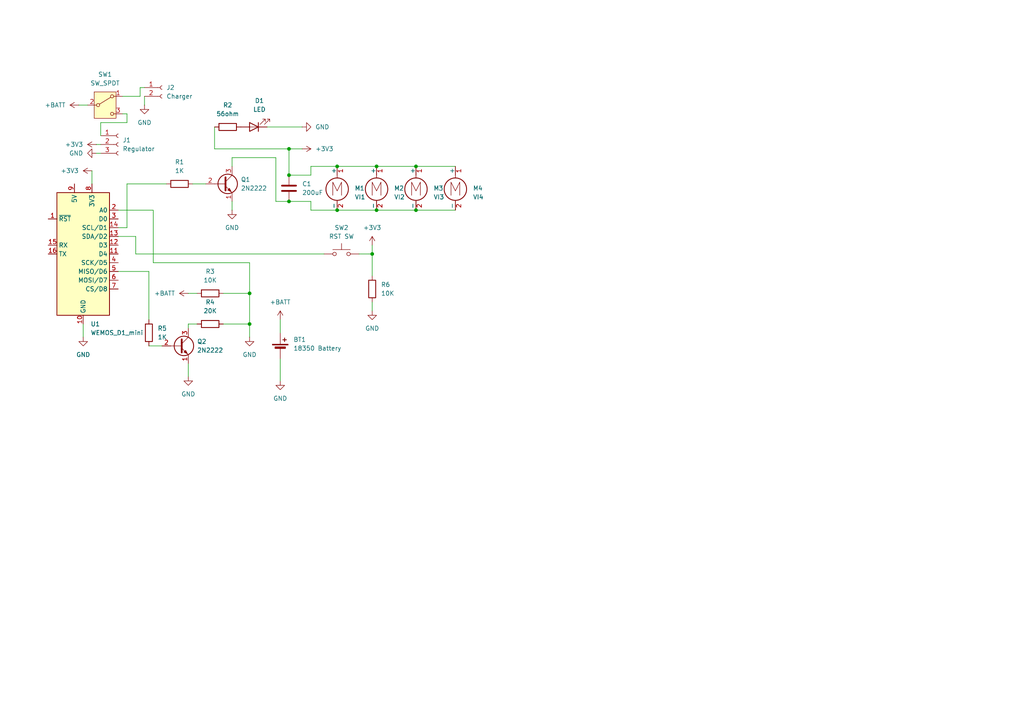
<source format=kicad_sch>
(kicad_sch (version 20250114) (generator "eeschema") (generator_version "9.0")
  (paper "A4")
  (title_block (title "NHD HapticPuck") (date "2025-04-30") (rev "0.1") (company "SkyeCA"))
  (lib_symbols
    (symbol "Connector:Conn_01x02_Socket" (pin_names (offset 1.016) (hide yes))
      (property "Reference" "J" (at 0 2.54 0))
      (property "Value" "Conn_01x02_Socket" (at 0 -5.08 0))
      (symbol "Conn_01x02_Socket_1_1"
        (polyline (pts (xy -1.27 0) (xy -0.508 0)) (stroke (width 0.1524)))
        (polyline (pts (xy -1.27 -2.54) (xy -0.508 -2.54)) (stroke (width 0.1524)))
        (arc (start 0 -0.508) (mid -0.5058 0) (end 0 0.508) (stroke (width 0.1524)))
        (arc (start 0 -3.048) (mid -0.5058 -2.54) (end 0 -2.032) (stroke (width 0.1524)))
        (pin passive line (at -5.08 0 0) (length 3.81) (name "Pin_1") (number "1"))
        (pin passive line (at -5.08 -2.54 0) (length 3.81) (name "Pin_2") (number "2"))
      )
    )
    (symbol "Connector:Conn_01x03_Socket" (pin_names (offset 1.016) (hide yes))
      (property "Reference" "J" (at 0 5.08 0))
      (property "Value" "Conn_01x03_Socket" (at 0 -5.08 0))
      (symbol "Conn_01x03_Socket_1_1"
        (polyline (pts (xy -1.27 2.54) (xy -0.508 2.54)) (stroke (width 0.1524)))
        (polyline (pts (xy -1.27 0) (xy -0.508 0)) (stroke (width 0.1524)))
        (polyline (pts (xy -1.27 -2.54) (xy -0.508 -2.54)) (stroke (width 0.1524)))
        (arc (start 0 2.032) (mid -0.5058 2.54) (end 0 3.048) (stroke (width 0.1524)))
        (arc (start 0 -0.508) (mid -0.5058 0) (end 0 0.508) (stroke (width 0.1524)))
        (arc (start 0 -3.048) (mid -0.5058 -2.54) (end 0 -2.032) (stroke (width 0.1524)))
        (pin passive line (at -5.08 2.54 0) (length 3.81) (name "Pin_1") (number "1"))
        (pin passive line (at -5.08 0 0) (length 3.81) (name "Pin_2") (number "2"))
        (pin passive line (at -5.08 -2.54 0) (length 3.81) (name "Pin_3") (number "3"))
      )
    )
    (symbol "Device:Battery_Cell" (pin_numbers (hide yes)) (pin_names (offset 0) (hide yes))
      (property "Reference" "BT" (at 2.54 2.54 0))
      (property "Value" "Battery_Cell" (at 2.54 0 0))
      (symbol "Battery_Cell_0_1"
        (rectangle (start -2.286 1.778) (end 2.286 1.524) (fill (type outline)))
        (rectangle (start -1.524 1.016) (end 1.524 0.508) (fill (type outline)))
        (polyline (pts (xy 0 1.778) (xy 0 2.54)))
        (polyline (pts (xy 0 0.762) (xy 0 0)))
        (polyline (pts (xy 0.762 3.048) (xy 1.778 3.048)) (stroke (width 0.254)))
        (polyline (pts (xy 1.27 3.556) (xy 1.27 2.54)) (stroke (width 0.254)))
      )
      (symbol "Battery_Cell_1_1"
        (pin passive line (at 0 5.08 270) (length 2.54) (name "+") (number "1"))
        (pin passive line (at 0 -2.54 90) (length 2.54) (name "-") (number "2"))
      )
    )
    (symbol "Device:C" (pin_numbers (hide yes)) (pin_names (offset 0.254))
      (property "Reference" "C" (at 0.635 2.54 0))
      (property "Value" "C" (at 0.635 -2.54 0))
      (symbol "C_0_1"
        (polyline (pts (xy -2.032 0.762) (xy 2.032 0.762)) (stroke (width 0.508)))
        (polyline (pts (xy -2.032 -0.762) (xy 2.032 -0.762)) (stroke (width 0.508)))
      )
      (symbol "C_1_1"
        (pin passive line (at 0 3.81 270) (length 2.794) (name "~") (number "1"))
        (pin passive line (at 0 -3.81 90) (length 2.794) (name "~") (number "2"))
      )
    )
    (symbol "Device:LED" (pin_numbers (hide yes)) (pin_names (offset 1.016) (hide yes))
      (property "Reference" "D" (at 0 2.54 0))
      (property "Value" "LED" (at 0 -2.54 0))
      (symbol "LED_0_1"
        (polyline (pts (xy -3.048 -0.762) (xy -4.572 -2.286) (xy -3.81 -2.286) (xy -4.572 -2.286) (xy -4.572 -1.524)))
        (polyline (pts (xy -1.778 -0.762) (xy -3.302 -2.286) (xy -2.54 -2.286) (xy -3.302 -2.286) (xy -3.302 -1.524)))
        (polyline (pts (xy -1.27 0) (xy 1.27 0)))
        (polyline (pts (xy -1.27 -1.27) (xy -1.27 1.27)) (stroke (width 0.254)))
        (polyline (pts (xy 1.27 -1.27) (xy 1.27 1.27) (xy -1.27 0) (xy 1.27 -1.27)) (stroke (width 0.254)))
      )
      (symbol "LED_1_1"
        (pin passive line (at -3.81 0 0) (length 2.54) (name "K") (number "1"))
        (pin passive line (at 3.81 0 180) (length 2.54) (name "A") (number "2"))
      )
    )
    (symbol "Device:R" (pin_numbers (hide yes)) (pin_names (offset 0))
      (property "Reference" "R" (at 2.032 0 90))
      (property "Value" "R" (at 0 0 90))
      (symbol "R_0_1"
        (rectangle (start -1.016 -2.54) (end 1.016 2.54) (stroke (width 0.254)))
      )
      (symbol "R_1_1"
        (pin passive line (at 0 3.81 270) (length 1.27) (name "~") (number "1"))
        (pin passive line (at 0 -3.81 90) (length 1.27) (name "~") (number "2"))
      )
    )
    (symbol "Motor:Motor_DC" (pin_names (offset 0))
      (property "Reference" "M" (at 2.54 2.54 0))
      (property "Value" "Motor_DC" (at 2.54 -5.08 0))
      (symbol "Motor_DC_0_0"
        (polyline (pts (xy -1.27 -3.302) (xy -1.27 0.508) (xy 0 -2.032) (xy 1.27 0.508) (xy 1.27 -3.302)))
      )
      (symbol "Motor_DC_0_1"
        (polyline (pts (xy 0 2.032) (xy 0 2.54)))
        (polyline (pts (xy 0 1.7272) (xy 0 2.0828)))
        (circle (center 0 -1.524) (radius 3.2512) (stroke (width 0.254)))
        (polyline (pts (xy 0 -4.7752) (xy 0 -5.1816)))
        (polyline (pts (xy 0 -7.62) (xy 0 -7.112)))
      )
      (symbol "Motor_DC_1_1"
        (pin passive line (at 0 5.08 270) (length 2.54) (name "+") (number "1"))
        (pin passive line (at 0 -7.62 90) (length 2.54) (name "-") (number "2"))
      )
    )
    (symbol "RF_Module:WEMOS_D1_mini"
      (property "Reference" "U" (at 3.81 19.05 0))
      (property "Value" "WEMOS_D1_mini" (at 1.27 -19.05 0))
      (symbol "WEMOS_D1_mini_1_1"
        (rectangle (start -7.62 17.78) (end 7.62 -17.78) (stroke (width 0.254)) (fill (type background)))
        (pin input line (at -10.16 10.16 0) (length 2.54) (name "~{RST}") (number "1"))
        (pin input line (at -10.16 2.54 0) (length 2.54) (name "RX") (number "15"))
        (pin output line (at -10.16 0 0) (length 2.54) (name "TX") (number "16"))
        (pin power_in line (at -2.54 20.32 270) (length 2.54) (name "5V") (number "9"))
        (pin power_in line (at 0 -20.32 90) (length 2.54) (name "GND") (number "10"))
        (pin power_out line (at 2.54 20.32 270) (length 2.54) (name "3V3") (number "8"))
        (pin input line (at 10.16 12.7 180) (length 2.54) (name "A0") (number "2"))
        (pin bidirectional line (at 10.16 10.16 180) (length 2.54) (name "D0") (number "3"))
        (pin bidirectional line (at 10.16 7.62 180) (length 2.54) (name "SCL/D1") (number "14"))
        (pin bidirectional line (at 10.16 5.08 180) (length 2.54) (name "SDA/D2") (number "13"))
        (pin bidirectional line (at 10.16 2.54 180) (length 2.54) (name "D3") (number "12"))
        (pin bidirectional line (at 10.16 0 180) (length 2.54) (name "D4") (number "11"))
        (pin bidirectional line (at 10.16 -2.54 180) (length 2.54) (name "SCK/D5") (number "4"))
        (pin bidirectional line (at 10.16 -5.08 180) (length 2.54) (name "MISO/D6") (number "5"))
        (pin bidirectional line (at 10.16 -7.62 180) (length 2.54) (name "MOSI/D7") (number "6"))
        (pin bidirectional line (at 10.16 -10.16 180) (length 2.54) (name "CS/D8") (number "7"))
      )
    )
    (symbol "Switch:SW_Push" (pin_numbers (hide yes)) (pin_names (offset 1.016) (hide yes))
      (property "Reference" "SW" (at 1.27 2.54 0))
      (property "Value" "SW_Push" (at 0 -1.524 0))
      (symbol "SW_Push_0_1"
        (circle (center -2.032 0) (radius 0.508))
        (polyline (pts (xy 0 1.27) (xy 0 3.048)))
        (circle (center 2.032 0) (radius 0.508))
        (polyline (pts (xy 2.54 1.27) (xy -2.54 1.27)))
        (pin passive line (at -5.08 0 0) (length 2.54) (name "1") (number "1"))
        (pin passive line (at 5.08 0 180) (length 2.54) (name "2") (number "2"))
      )
    )
    (symbol "Switch:SW_SPDT" (pin_names (offset 0) (hide yes))
      (property "Reference" "SW" (at 0 5.08 0))
      (property "Value" "SW_SPDT" (at 0 -5.08 0))
      (symbol "SW_SPDT_0_1"
        (circle (center -2.032 0) (radius 0.4572))
        (polyline (pts (xy -1.651 0.254) (xy 1.651 2.286)))
        (circle (center 2.032 2.54) (radius 0.4572))
        (circle (center 2.032 -2.54) (radius 0.4572))
      )
      (symbol "SW_SPDT_1_1"
        (rectangle (start -3.175 3.81) (end 3.175 -3.81) (fill (type background)))
        (pin passive line (at -5.08 0 0) (length 2.54) (name "B") (number "2"))
        (pin passive line (at 5.08 2.54 180) (length 2.54) (name "A") (number "1"))
        (pin passive line (at 5.08 -2.54 180) (length 2.54) (name "C") (number "3"))
      )
    )
    (symbol "Transistor_BJT:Q_NPN_EBC" (pin_names (offset 0) (hide yes))
      (property "Reference" "Q" (at 5.08 1.27 0))
      (property "Value" "Q_NPN_EBC" (at 5.08 -1.27 0))
      (symbol "Q_NPN_EBC_0_1"
        (polyline (pts (xy -2.54 0) (xy 0.635 0)))
        (polyline (pts (xy 0.635 1.905) (xy 0.635 -1.905)) (stroke (width 0.508)))
        (circle (center 1.27 0) (radius 2.8194) (stroke (width 0.254)))
      )
      (symbol "Q_NPN_EBC_1_1"
        (polyline (pts (xy 0.635 0.635) (xy 2.54 2.54)))
        (polyline (pts (xy 0.635 -0.635) (xy 2.54 -2.54)))
        (polyline (pts (xy 1.27 -1.778) (xy 1.778 -1.27) (xy 2.286 -2.286) (xy 1.27 -1.778)) (fill (type outline)))
        (pin input line (at -5.08 0 0) (length 2.54) (name "B") (number "2"))
        (pin passive line (at 2.54 5.08 270) (length 2.54) (name "C") (number "3"))
        (pin passive line (at 2.54 -5.08 90) (length 2.54) (name "E") (number "1"))
      )
    )
    (symbol "power:+3V3" (power) (pin_numbers (hide yes)) (pin_names (offset 0) (hide yes))
      (property "Value" "+3V3" (at 0 3.556 0))
      (symbol "+3V3_0_1"
        (polyline (pts (xy -0.762 1.27) (xy 0 2.54)))
        (polyline (pts (xy 0 2.54) (xy 0.762 1.27)))
        (polyline (pts (xy 0 0) (xy 0 2.54)))
      )
      (symbol "+3V3_1_1"
        (pin power_in line (at 0 0 90) (length 0) (name "~") (number "1"))
      )
    )
    (symbol "power:+BATT" (power) (pin_numbers (hide yes)) (pin_names (offset 0) (hide yes))
      (property "Value" "+BATT" (at 0 3.556 0))
      (symbol "+BATT_0_1"
        (polyline (pts (xy -0.762 1.27) (xy 0 2.54)))
        (polyline (pts (xy 0 2.54) (xy 0.762 1.27)))
        (polyline (pts (xy 0 0) (xy 0 2.54)))
      )
      (symbol "+BATT_1_1"
        (pin power_in line (at 0 0 90) (length 0) (name "~") (number "1"))
      )
    )
    (symbol "power:GND" (power) (pin_numbers (hide yes)) (pin_names (offset 0) (hide yes))
      (property "Value" "GND" (at 0 -3.81 0))
      (symbol "GND_0_1"
        (polyline (pts (xy 0 0) (xy 0 -1.27) (xy 1.27 -1.27) (xy 0 -2.54) (xy -1.27 -1.27) (xy 0 -1.27)))
      )
      (symbol "GND_1_1"
        (pin power_in line (at 0 0 270) (length 0) (name "~") (number "1"))
      )
    )
  )
  (junction (at 83.82 43.18))
  (junction (at 72.39 93.98))
  (junction (at 83.82 58.42))
  (junction (at 120.65 60.96))
  (junction (at 107.95 73.66))
  (junction (at 72.39 85.09))
  (junction (at 109.22 60.96))
  (junction (at 83.82 50.8))
  (junction (at 97.79 60.96))
  (junction (at 97.79 48.26))
  (junction (at 120.65 48.26))
  (junction (at 109.22 48.26))
  (wire (pts (xy 97.79 60.96) (xy 109.22 60.96)))
  (wire (pts (xy 80.01 45.72) (xy 80.01 58.42)))
  (wire (pts (xy 62.23 43.18) (xy 83.82 43.18)))
  (wire (pts (xy 41.91 27.94) (xy 41.91 30.48)))
  (wire (pts (xy 107.95 71.12) (xy 107.95 73.66)))
  (wire (pts (xy 120.65 48.26) (xy 132.08 48.26)))
  (wire (pts (xy 72.39 85.09) (xy 72.39 93.98)))
  (wire (pts (xy 27.94 44.45) (xy 29.21 44.45)))
  (wire (pts (xy 36.83 53.34) (xy 36.83 66.04)))
  (wire (pts (xy 43.18 92.71) (xy 43.18 78.74)))
  (wire (pts (xy 83.82 50.8) (xy 90.17 50.8)))
  (wire (pts (xy 27.94 41.91) (xy 29.21 41.91)))
  (wire (pts (xy 39.37 73.66) (xy 39.37 68.58)))
  (wire (pts (xy 109.22 48.26) (xy 120.65 48.26)))
  (wire (pts (xy 43.18 78.74) (xy 34.29 78.74)))
  (wire (pts (xy 55.88 53.34) (xy 59.69 53.34)))
  (wire (pts (xy 81.28 104.14) (xy 81.28 110.49)))
  (wire (pts (xy 36.83 35.56) (xy 29.21 35.56)))
  (wire (pts (xy 83.82 43.18) (xy 87.63 43.18)))
  (wire (pts (xy 34.29 68.58) (xy 39.37 68.58)))
  (wire (pts (xy 36.83 53.34) (xy 48.26 53.34)))
  (wire (pts (xy 35.56 33.02) (xy 36.83 33.02)))
  (wire (pts (xy 67.31 45.72) (xy 80.01 45.72)))
  (wire (pts (xy 54.61 85.09) (xy 57.15 85.09)))
  (wire (pts (xy 90.17 60.96) (xy 97.79 60.96)))
  (wire (pts (xy 26.67 49.53) (xy 26.67 53.34)))
  (wire (pts (xy 72.39 93.98) (xy 72.39 97.79)))
  (wire (pts (xy 107.95 73.66) (xy 107.95 80.01)))
  (wire (pts (xy 80.01 58.42) (xy 83.82 58.42)))
  (wire (pts (xy 44.45 76.2) (xy 44.45 60.96)))
  (wire (pts (xy 97.79 48.26) (xy 109.22 48.26)))
  (wire (pts (xy 36.83 33.02) (xy 36.83 35.56)))
  (wire (pts (xy 36.83 66.04) (xy 34.29 66.04)))
  (wire (pts (xy 120.65 60.96) (xy 132.08 60.96)))
  (wire (pts (xy 107.95 87.63) (xy 107.95 90.17)))
  (wire (pts (xy 22.86 30.48) (xy 25.4 30.48)))
  (wire (pts (xy 90.17 58.42) (xy 90.17 60.96)))
  (wire (pts (xy 24.13 93.98) (xy 24.13 97.79)))
  (wire (pts (xy 54.61 105.41) (xy 54.61 109.22)))
  (wire (pts (xy 83.82 50.8) (xy 83.82 43.18)))
  (wire (pts (xy 41.91 25.4) (xy 40.64 25.4)))
  (wire (pts (xy 72.39 85.09) (xy 72.39 76.2)))
  (wire (pts (xy 57.15 93.98) (xy 54.61 93.98)))
  (wire (pts (xy 109.22 60.96) (xy 120.65 60.96)))
  (wire (pts (xy 64.77 85.09) (xy 72.39 85.09)))
  (wire (pts (xy 29.21 35.56) (xy 29.21 39.37)))
  (wire (pts (xy 44.45 60.96) (xy 34.29 60.96)))
  (wire (pts (xy 62.23 36.83) (xy 62.23 43.18)))
  (wire (pts (xy 67.31 58.42) (xy 67.31 60.96)))
  (wire (pts (xy 67.31 45.72) (xy 67.31 48.26)))
  (wire (pts (xy 40.64 27.94) (xy 35.56 27.94)))
  (wire (pts (xy 77.47 36.83) (xy 87.63 36.83)))
  (wire (pts (xy 54.61 93.98) (xy 54.61 95.25)))
  (wire (pts (xy 104.14 73.66) (xy 107.95 73.66)))
  (wire (pts (xy 90.17 50.8) (xy 90.17 48.26)))
  (wire (pts (xy 93.98 73.66) (xy 39.37 73.66)))
  (wire (pts (xy 83.82 58.42) (xy 90.17 58.42)))
  (wire (pts (xy 40.64 25.4) (xy 40.64 27.94)))
  (wire (pts (xy 90.17 48.26) (xy 97.79 48.26)))
  (wire (pts (xy 43.18 100.33) (xy 46.99 100.33)))
  (wire (pts (xy 64.77 93.98) (xy 72.39 93.98)))
  (wire (pts (xy 72.39 76.2) (xy 44.45 76.2)))
  (wire (pts (xy 81.28 92.71) (xy 81.28 96.52)))
  (symbol (lib_id "power:GND") (at 81.28 110.49 0) (unit 1)
    (property "Reference" "#PWR07" (effects (hide yes)))
    (property "Value" "GND" (at 81.28 115.57 0))
    (property "Description" "Power symbol creates a global label with name \"GND\" , ground" (effects (hide yes)))
  )
  (symbol (lib_id "power:GND") (at 107.95 90.17 0) (unit 1)
    (property "Reference" "#PWR012" (effects (hide yes)))
    (property "Value" "GND" (at 107.95 95.25 0))
    (property "Description" "Power symbol creates a global label with name \"GND\" , ground" (effects (hide yes)))
  )
  (symbol (lib_id "Transistor_BJT:Q_NPN_EBC") (at 52.07 100.33 0) (unit 1)
    (property "Reference" "Q2" (at 57.15 99.0599 0) (effects (justify left)))
    (property "Value" "2N2222" (at 57.15 101.5999 0) (effects (justify left)))
    (property "Description" "NPN transistor, emitter/base/collector" (effects (hide yes)))
  )
  (symbol (lib_id "Device:R") (at 60.96 93.98 270) (unit 1)
    (property "Reference" "R4" (at 60.96 87.63 90))
    (property "Value" "20K" (at 60.96 90.17 90))
    (property "Description" "Resistor" (effects (hide yes)))
  )
  (symbol (lib_id "power:GND") (at 41.91 30.48 0) (unit 1)
    (property "Reference" "#PWR04" (effects (hide yes)))
    (property "Value" "GND" (at 41.91 35.56 0))
    (property "Description" "Power symbol creates a global label with name \"GND\" , ground" (effects (hide yes)))
  )
  (symbol (lib_id "power:+3V3") (at 107.95 71.12 0) (unit 1)
    (property "Reference" "#PWR013" (effects (hide yes)))
    (property "Value" "+3V3" (at 107.95 66.04 0))
    (property "Description" "Power symbol creates a global label with name \"+3V3\"" (effects (hide yes)))
  )
  (symbol (lib_id "Device:R") (at 60.96 85.09 270) (unit 1)
    (property "Reference" "R3" (at 60.96 78.74 90))
    (property "Value" "10K" (at 60.96 81.28 90))
    (property "Description" "Resistor" (effects (hide yes)))
  )
  (symbol (lib_id "Device:R") (at 66.04 36.83 270) (unit 1)
    (property "Reference" "R2" (at 66.04 30.48 90))
    (property "Value" "56ohm" (at 66.04 33.02 90))
    (property "Description" "Resistor" (effects (hide yes)))
  )
  (symbol (lib_id "power:GND") (at 54.61 109.22 0) (unit 1)
    (property "Reference" "#PWR09" (effects (hide yes)))
    (property "Value" "GND" (at 54.61 114.3 0))
    (property "Description" "Power symbol creates a global label with name \"GND\" , ground" (effects (hide yes)))
  )
  (symbol (lib_id "Transistor_BJT:Q_NPN_EBC") (at 64.77 53.34 0) (unit 1)
    (property "Reference" "Q1" (at 69.85 52.0699 0) (effects (justify left)))
    (property "Value" "2N2222" (at 69.85 54.6099 0) (effects (justify left)))
    (property "Description" "NPN transistor, emitter/base/collector" (effects (hide yes)))
  )
  (symbol (lib_id "Device:C") (at 83.82 54.61 0) (unit 1)
    (property "Reference" "C1" (at 87.63 53.3399 0) (effects (justify left)))
    (property "Value" "200uF" (at 87.63 55.8799 0) (effects (justify left)))
    (property "Description" "Unpolarized capacitor" (effects (hide yes)))
  )
  (symbol (lib_id "power:GND") (at 72.39 97.79 0) (unit 1)
    (property "Reference" "#PWR018" (effects (hide yes)))
    (property "Value" "GND" (at 72.39 102.87 0))
    (property "Description" "Power symbol creates a global label with name \"GND\" , ground" (effects (hide yes)))
  )
  (symbol (lib_id "Motor:Motor_DC") (at 109.22 53.34 0) (unit 1)
    (property "Reference" "M2" (at 114.3 54.6099 0) (effects (justify left)))
    (property "Value" "VI2" (at 114.3 57.1499 0) (effects (justify left)))
    (property "Description" "DC Motor" (effects (hide yes)))
  )
  (symbol (lib_id "Connector:Conn_01x03_Socket") (at 34.29 41.91 0) (unit 1)
    (property "Reference" "J1" (at 35.56 40.6399 0) (effects (justify left)))
    (property "Value" "Regulator" (at 35.56 43.1799 0) (effects (justify left)))
    (property "Description" "Generic connector, single row, 01x03, script generated" (effects (hide yes)))
  )
  (symbol (lib_id "power:+BATT") (at 54.61 85.09 90) (unit 1)
    (property "Reference" "#PWR010" (effects (hide yes)))
    (property "Value" "+BATT" (at 50.8 85.0899 90) (effects (justify left)))
    (property "Description" "Power symbol creates a global label with name \"+BATT\"" (effects (hide yes)))
  )
  (symbol (lib_id "Switch:SW_SPDT") (at 30.48 30.48 0) (unit 1)
    (property "Reference" "SW1" (at 30.48 21.59 0))
    (property "Value" "SW_SPDT" (at 30.48 24.13 0))
    (property "Description" "Switch, single pole double throw" (effects (hide yes)))
  )
  (symbol (lib_id "Motor:Motor_DC") (at 120.65 53.34 0) (unit 1)
    (property "Reference" "M3" (at 125.73 54.6099 0) (effects (justify left)))
    (property "Value" "VI3" (at 125.73 57.1499 0) (effects (justify left)))
    (property "Description" "DC Motor" (effects (hide yes)))
  )
  (symbol (lib_id "power:+3V3") (at 27.94 41.91 90) (unit 1)
    (property "Reference" "#PWR014" (effects (hide yes)))
    (property "Value" "+3V3" (at 24.13 41.9099 90) (effects (justify left)))
    (property "Description" "Power symbol creates a global label with name \"+3V3\"" (effects (hide yes)))
  )
  (symbol (lib_id "Switch:SW_Push") (at 99.06 73.66 0) (unit 1)
    (property "Reference" "SW2" (at 99.06 66.04 0))
    (property "Value" "RST SW" (at 99.06 68.58 0))
    (property "Description" "Push button switch, generic, two pins" (effects (hide yes)))
  )
  (symbol (lib_id "power:GND") (at 87.63 36.83 90) (unit 1)
    (property "Reference" "#PWR02" (effects (hide yes)))
    (property "Value" "GND" (at 91.44 36.8299 90) (effects (justify right)))
    (property "Description" "Power symbol creates a global label with name \"GND\" , ground" (effects (hide yes)))
  )
  (symbol (lib_id "Device:LED") (at 73.66 36.83 180) (unit 1)
    (property "Reference" "D1" (at 75.2475 29.21 0))
    (property "Value" "LED" (at 75.2475 31.75 0))
    (property "Description" "Light emitting diode" (effects (hide yes)))
    (property "Sim.Pins" "1=K 2=A" (effects (hide yes)))
  )
  (symbol (lib_id "power:GND") (at 67.31 60.96 0) (unit 1)
    (property "Reference" "#PWR01" (effects (hide yes)))
    (property "Value" "GND" (at 67.31 66.04 0))
    (property "Description" "Power symbol creates a global label with name \"GND\" , ground" (effects (hide yes)))
  )
  (symbol (lib_id "Device:Battery_Cell") (at 81.28 101.6 0) (unit 1)
    (property "Reference" "BT1" (at 85.09 98.4884 0) (effects (justify left)))
    (property "Value" "18350 Battery" (at 85.09 101.0284 0) (effects (justify left)))
    (property "Description" "Single-cell battery" (effects (hide yes)))
  )
  (symbol (lib_id "power:+BATT") (at 22.86 30.48 90) (unit 1)
    (property "Reference" "#PWR011" (effects (hide yes)))
    (property "Value" "+BATT" (at 19.05 30.4799 90) (effects (justify left)))
    (property "Description" "Power symbol creates a global label with name \"+BATT\"" (effects (hide yes)))
  )
  (symbol (lib_id "Motor:Motor_DC") (at 97.79 53.34 0) (unit 1)
    (property "Reference" "M1" (at 102.87 54.6099 0) (effects (justify left)))
    (property "Value" "VI1" (at 102.87 57.1499 0) (effects (justify left)))
    (property "Description" "DC Motor" (effects (hide yes)))
  )
  (symbol (lib_id "Connector:Conn_01x02_Socket") (at 46.99 25.4 0) (unit 1)
    (property "Reference" "J2" (at 48.26 25.3999 0) (effects (justify left)))
    (property "Value" "Charger" (at 48.26 27.9399 0) (effects (justify left)))
    (property "Description" "Generic connector, single row, 01x02, script generated" (effects (hide yes)))
  )
  (symbol (lib_id "RF_Module:WEMOS_D1_mini") (at 24.13 73.66 0) (unit 1)
    (property "Reference" "U1" (at 26.2733 93.98 0) (effects (justify left)))
    (property "Value" "WEMOS_D1_mini" (at 26.2733 96.52 0) (effects (justify left)))
    (property "Footprint" "RF_Module:WEMOS_D1_mini_light" (effects (hide yes)))
    (property "Datasheet" "https://wiki.wemos.cc/products:d1:d1_mini#documentation" (effects (hide yes)))
    (property "Description" "32-bit microcontroller module with WiFi" (effects (hide yes)))
  )
  (symbol (lib_id "Device:R") (at 107.95 83.82 0) (unit 1)
    (property "Reference" "R6" (at 110.49 82.5499 0) (effects (justify left)))
    (property "Value" "10K" (at 110.49 85.0899 0) (effects (justify left)))
    (property "Description" "Resistor" (effects (hide yes)))
  )
  (symbol (lib_id "power:GND") (at 27.94 44.45 270) (unit 1)
    (property "Reference" "#PWR015" (effects (hide yes)))
    (property "Value" "GND" (at 24.13 44.4499 90) (effects (justify right)))
    (property "Description" "Power symbol creates a global label with name \"GND\" , ground" (effects (hide yes)))
  )
  (symbol (lib_id "Device:R") (at 43.18 96.52 180) (unit 1)
    (property "Reference" "R5" (at 45.72 95.2499 0) (effects (justify right)))
    (property "Value" "1K" (at 45.72 97.7899 0) (effects (justify right)))
    (property "Description" "Resistor" (effects (hide yes)))
  )
  (symbol (lib_id "Device:R") (at 52.07 53.34 270) (unit 1)
    (property "Reference" "R1" (at 52.07 46.99 90))
    (property "Value" "1K" (at 52.07 49.53 90))
    (property "Description" "Resistor" (effects (hide yes)))
  )
  (symbol (lib_id "power:GND") (at 24.13 97.79 0) (unit 1)
    (property "Reference" "#PWR017" (effects (hide yes)))
    (property "Value" "GND" (at 24.13 102.87 0))
    (property "Description" "Power symbol creates a global label with name \"GND\" , ground" (effects (hide yes)))
  )
  (symbol (lib_id "Motor:Motor_DC") (at 132.08 53.34 0) (unit 1)
    (property "Reference" "M4" (at 137.16 54.6099 0) (effects (justify left)))
    (property "Value" "VI4" (at 137.16 57.1499 0) (effects (justify left)))
    (property "Description" "DC Motor" (effects (hide yes)))
  )
  (symbol (lib_id "power:+BATT") (at 81.28 92.71 0) (unit 1)
    (property "Reference" "#PWR08" (effects (hide yes)))
    (property "Value" "+BATT" (at 81.28 87.63 0))
    (property "Description" "Power symbol creates a global label with name \"+BATT\"" (effects (hide yes)))
  )
  (symbol (lib_id "power:+3V3") (at 26.67 49.53 90) (unit 1)
    (property "Reference" "#PWR016" (effects (hide yes)))
    (property "Value" "+3V3" (at 22.86 49.5299 90) (effects (justify left)))
    (property "Description" "Power symbol creates a global label with name \"+3V3\"" (effects (hide yes)))
  )
  (symbol (lib_id "power:+3V3") (at 87.63 43.18 270) (unit 1)
    (property "Reference" "#PWR03" (effects (hide yes)))
    (property "Value" "+3V3" (at 91.44 43.1799 90) (effects (justify left)))
    (property "Description" "Power symbol creates a global label with name \"+3V3\"" (effects (hide yes)))
  )
)
</source>
